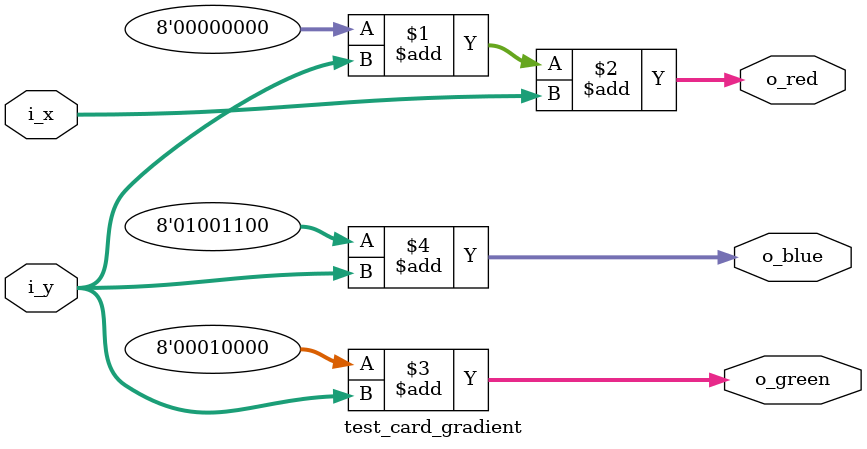
<source format=v>
`timescale 1ns / 1ps
`default_nettype none


module test_card_gradient (
    input wire [5:0] i_x,
    input wire [7:0] i_y,
    output wire [7:0] o_red,
    output wire [7:0] o_green,
    output wire [7:0] o_blue
    );

    localparam base_red     = 8'h00;
    localparam base_green   = 8'h10;
    localparam base_blue    = 8'h4C;

    assign o_red    = base_red + i_y + i_x;
    assign o_green  = base_green + i_y;
    assign o_blue   = base_blue + i_y;
endmodule

</source>
